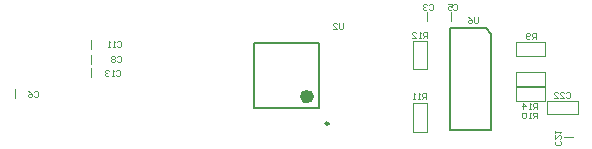
<source format=gbr>
%FSLAX25Y25*%
%MOIN*%
G70*
G01*
G75*
G04 Layer_Color=11599871*
G04:AMPARAMS|DCode=10|XSize=110.24mil|YSize=43.31mil|CornerRadius=2.17mil|HoleSize=0mil|Usage=FLASHONLY|Rotation=0.000|XOffset=0mil|YOffset=0mil|HoleType=Round|Shape=RoundedRectangle|*
%AMROUNDEDRECTD10*
21,1,0.11024,0.03898,0,0,0.0*
21,1,0.10591,0.04331,0,0,0.0*
1,1,0.00433,0.05295,-0.01949*
1,1,0.00433,-0.05295,-0.01949*
1,1,0.00433,-0.05295,0.01949*
1,1,0.00433,0.05295,0.01949*
%
%ADD10ROUNDEDRECTD10*%
G04:AMPARAMS|DCode=11|XSize=19.69mil|YSize=23.62mil|CornerRadius=8.86mil|HoleSize=0mil|Usage=FLASHONLY|Rotation=270.000|XOffset=0mil|YOffset=0mil|HoleType=Round|Shape=RoundedRectangle|*
%AMROUNDEDRECTD11*
21,1,0.01969,0.00591,0,0,270.0*
21,1,0.00197,0.02362,0,0,270.0*
1,1,0.01772,-0.00295,-0.00098*
1,1,0.01772,-0.00295,0.00098*
1,1,0.01772,0.00295,0.00098*
1,1,0.01772,0.00295,-0.00098*
%
%ADD11ROUNDEDRECTD11*%
G04:AMPARAMS|DCode=12|XSize=110.24mil|YSize=43.31mil|CornerRadius=2.17mil|HoleSize=0mil|Usage=FLASHONLY|Rotation=270.000|XOffset=0mil|YOffset=0mil|HoleType=Round|Shape=RoundedRectangle|*
%AMROUNDEDRECTD12*
21,1,0.11024,0.03898,0,0,270.0*
21,1,0.10591,0.04331,0,0,270.0*
1,1,0.00433,-0.01949,-0.05295*
1,1,0.00433,-0.01949,0.05295*
1,1,0.00433,0.01949,0.05295*
1,1,0.00433,0.01949,-0.05295*
%
%ADD12ROUNDEDRECTD12*%
G04:AMPARAMS|DCode=13|XSize=19.69mil|YSize=23.62mil|CornerRadius=8.86mil|HoleSize=0mil|Usage=FLASHONLY|Rotation=180.000|XOffset=0mil|YOffset=0mil|HoleType=Round|Shape=RoundedRectangle|*
%AMROUNDEDRECTD13*
21,1,0.01969,0.00591,0,0,180.0*
21,1,0.00197,0.02362,0,0,180.0*
1,1,0.01772,-0.00098,0.00295*
1,1,0.01772,0.00098,0.00295*
1,1,0.01772,0.00098,-0.00295*
1,1,0.01772,-0.00098,-0.00295*
%
%ADD13ROUNDEDRECTD13*%
G04:AMPARAMS|DCode=14|XSize=23.62mil|YSize=35.43mil|CornerRadius=5.91mil|HoleSize=0mil|Usage=FLASHONLY|Rotation=90.000|XOffset=0mil|YOffset=0mil|HoleType=Round|Shape=RoundedRectangle|*
%AMROUNDEDRECTD14*
21,1,0.02362,0.02362,0,0,90.0*
21,1,0.01181,0.03543,0,0,90.0*
1,1,0.01181,0.01181,0.00591*
1,1,0.01181,0.01181,-0.00591*
1,1,0.01181,-0.01181,-0.00591*
1,1,0.01181,-0.01181,0.00591*
%
%ADD14ROUNDEDRECTD14*%
%ADD15O,0.02165X0.06890*%
%ADD16O,0.06890X0.02165*%
G04:AMPARAMS|DCode=17|XSize=41.73mil|YSize=25.59mil|CornerRadius=6.4mil|HoleSize=0mil|Usage=FLASHONLY|Rotation=0.000|XOffset=0mil|YOffset=0mil|HoleType=Round|Shape=RoundedRectangle|*
%AMROUNDEDRECTD17*
21,1,0.04173,0.01280,0,0,0.0*
21,1,0.02894,0.02559,0,0,0.0*
1,1,0.01280,0.01447,-0.00640*
1,1,0.01280,-0.01447,-0.00640*
1,1,0.01280,-0.01447,0.00640*
1,1,0.01280,0.01447,0.00640*
%
%ADD17ROUNDEDRECTD17*%
G04:AMPARAMS|DCode=18|XSize=52mil|YSize=24mil|CornerRadius=6mil|HoleSize=0mil|Usage=FLASHONLY|Rotation=0.000|XOffset=0mil|YOffset=0mil|HoleType=Round|Shape=RoundedRectangle|*
%AMROUNDEDRECTD18*
21,1,0.05200,0.01200,0,0,0.0*
21,1,0.04000,0.02400,0,0,0.0*
1,1,0.01200,0.02000,-0.00600*
1,1,0.01200,-0.02000,-0.00600*
1,1,0.01200,-0.02000,0.00600*
1,1,0.01200,0.02000,0.00600*
%
%ADD18ROUNDEDRECTD18*%
%ADD19R,0.05000X0.02400*%
G04:AMPARAMS|DCode=20|XSize=25.59mil|YSize=39.37mil|CornerRadius=6.4mil|HoleSize=0mil|Usage=FLASHONLY|Rotation=180.000|XOffset=0mil|YOffset=0mil|HoleType=Round|Shape=RoundedRectangle|*
%AMROUNDEDRECTD20*
21,1,0.02559,0.02658,0,0,180.0*
21,1,0.01280,0.03937,0,0,180.0*
1,1,0.01280,-0.00640,0.01329*
1,1,0.01280,0.00640,0.01329*
1,1,0.01280,0.00640,-0.01329*
1,1,0.01280,-0.00640,-0.01329*
%
%ADD20ROUNDEDRECTD20*%
G04:AMPARAMS|DCode=21|XSize=21.65mil|YSize=39.37mil|CornerRadius=5.41mil|HoleSize=0mil|Usage=FLASHONLY|Rotation=180.000|XOffset=0mil|YOffset=0mil|HoleType=Round|Shape=RoundedRectangle|*
%AMROUNDEDRECTD21*
21,1,0.02165,0.02854,0,0,180.0*
21,1,0.01083,0.03937,0,0,180.0*
1,1,0.01083,-0.00541,0.01427*
1,1,0.01083,0.00541,0.01427*
1,1,0.01083,0.00541,-0.01427*
1,1,0.01083,-0.00541,-0.01427*
%
%ADD21ROUNDEDRECTD21*%
%ADD22C,0.00591*%
%ADD23C,0.01181*%
%ADD24C,0.03937*%
G04:AMPARAMS|DCode=25|XSize=59.06mil|YSize=59.06mil|CornerRadius=8.86mil|HoleSize=0mil|Usage=FLASHONLY|Rotation=270.000|XOffset=0mil|YOffset=0mil|HoleType=Round|Shape=RoundedRectangle|*
%AMROUNDEDRECTD25*
21,1,0.05906,0.04134,0,0,270.0*
21,1,0.04134,0.05906,0,0,270.0*
1,1,0.01772,-0.02067,-0.02067*
1,1,0.01772,-0.02067,0.02067*
1,1,0.01772,0.02067,0.02067*
1,1,0.01772,0.02067,-0.02067*
%
%ADD25ROUNDEDRECTD25*%
%ADD26C,0.05906*%
%ADD27C,0.05906*%
%ADD28R,0.05906X0.05906*%
G04:AMPARAMS|DCode=29|XSize=59.06mil|YSize=59.06mil|CornerRadius=14.76mil|HoleSize=0mil|Usage=FLASHONLY|Rotation=270.000|XOffset=0mil|YOffset=0mil|HoleType=Round|Shape=RoundedRectangle|*
%AMROUNDEDRECTD29*
21,1,0.05906,0.02953,0,0,270.0*
21,1,0.02953,0.05906,0,0,270.0*
1,1,0.02953,-0.01476,-0.01476*
1,1,0.02953,-0.01476,0.01476*
1,1,0.02953,0.01476,0.01476*
1,1,0.02953,0.01476,-0.01476*
%
%ADD29ROUNDEDRECTD29*%
%ADD30C,0.01575*%
G04:AMPARAMS|DCode=31|XSize=31.5mil|YSize=31.5mil|CornerRadius=3.15mil|HoleSize=0mil|Usage=FLASHONLY|Rotation=0.000|XOffset=0mil|YOffset=0mil|HoleType=Round|Shape=RoundedRectangle|*
%AMROUNDEDRECTD31*
21,1,0.03150,0.02520,0,0,0.0*
21,1,0.02520,0.03150,0,0,0.0*
1,1,0.00630,0.01260,-0.01260*
1,1,0.00630,-0.01260,-0.01260*
1,1,0.00630,-0.01260,0.01260*
1,1,0.00630,0.01260,0.01260*
%
%ADD31ROUNDEDRECTD31*%
G04:AMPARAMS|DCode=32|XSize=23.62mil|YSize=35.43mil|CornerRadius=5.91mil|HoleSize=0mil|Usage=FLASHONLY|Rotation=180.000|XOffset=0mil|YOffset=0mil|HoleType=Round|Shape=RoundedRectangle|*
%AMROUNDEDRECTD32*
21,1,0.02362,0.02362,0,0,180.0*
21,1,0.01181,0.03543,0,0,180.0*
1,1,0.01181,-0.00591,0.01181*
1,1,0.01181,0.00591,0.01181*
1,1,0.01181,0.00591,-0.01181*
1,1,0.01181,-0.00591,-0.01181*
%
%ADD32ROUNDEDRECTD32*%
%ADD33O,0.01181X0.07087*%
%ADD34O,0.07087X0.01181*%
%ADD35C,0.00984*%
%ADD36C,0.02362*%
%ADD37C,0.00400*%
%ADD38C,0.00394*%
%ADD39C,0.00787*%
%ADD40C,0.00800*%
%ADD41C,0.00500*%
G04:AMPARAMS|DCode=42|XSize=114.17mil|YSize=47.24mil|CornerRadius=2.36mil|HoleSize=0mil|Usage=FLASHONLY|Rotation=0.000|XOffset=0mil|YOffset=0mil|HoleType=Round|Shape=RoundedRectangle|*
%AMROUNDEDRECTD42*
21,1,0.11417,0.04252,0,0,0.0*
21,1,0.10945,0.04724,0,0,0.0*
1,1,0.00472,0.05472,-0.02126*
1,1,0.00472,-0.05472,-0.02126*
1,1,0.00472,-0.05472,0.02126*
1,1,0.00472,0.05472,0.02126*
%
%ADD42ROUNDEDRECTD42*%
G04:AMPARAMS|DCode=43|XSize=23.62mil|YSize=27.56mil|CornerRadius=10.63mil|HoleSize=0mil|Usage=FLASHONLY|Rotation=270.000|XOffset=0mil|YOffset=0mil|HoleType=Round|Shape=RoundedRectangle|*
%AMROUNDEDRECTD43*
21,1,0.02362,0.00630,0,0,270.0*
21,1,0.00236,0.02756,0,0,270.0*
1,1,0.02126,-0.00315,-0.00118*
1,1,0.02126,-0.00315,0.00118*
1,1,0.02126,0.00315,0.00118*
1,1,0.02126,0.00315,-0.00118*
%
%ADD43ROUNDEDRECTD43*%
G04:AMPARAMS|DCode=44|XSize=114.17mil|YSize=47.24mil|CornerRadius=2.36mil|HoleSize=0mil|Usage=FLASHONLY|Rotation=270.000|XOffset=0mil|YOffset=0mil|HoleType=Round|Shape=RoundedRectangle|*
%AMROUNDEDRECTD44*
21,1,0.11417,0.04252,0,0,270.0*
21,1,0.10945,0.04724,0,0,270.0*
1,1,0.00472,-0.02126,-0.05472*
1,1,0.00472,-0.02126,0.05472*
1,1,0.00472,0.02126,0.05472*
1,1,0.00472,0.02126,-0.05472*
%
%ADD44ROUNDEDRECTD44*%
G04:AMPARAMS|DCode=45|XSize=23.62mil|YSize=27.56mil|CornerRadius=10.63mil|HoleSize=0mil|Usage=FLASHONLY|Rotation=180.000|XOffset=0mil|YOffset=0mil|HoleType=Round|Shape=RoundedRectangle|*
%AMROUNDEDRECTD45*
21,1,0.02362,0.00630,0,0,180.0*
21,1,0.00236,0.02756,0,0,180.0*
1,1,0.02126,-0.00118,0.00315*
1,1,0.02126,0.00118,0.00315*
1,1,0.02126,0.00118,-0.00315*
1,1,0.02126,-0.00118,-0.00315*
%
%ADD45ROUNDEDRECTD45*%
G04:AMPARAMS|DCode=46|XSize=27.56mil|YSize=39.37mil|CornerRadius=6.89mil|HoleSize=0mil|Usage=FLASHONLY|Rotation=90.000|XOffset=0mil|YOffset=0mil|HoleType=Round|Shape=RoundedRectangle|*
%AMROUNDEDRECTD46*
21,1,0.02756,0.02559,0,0,90.0*
21,1,0.01378,0.03937,0,0,90.0*
1,1,0.01378,0.01280,0.00689*
1,1,0.01378,0.01280,-0.00689*
1,1,0.01378,-0.01280,-0.00689*
1,1,0.01378,-0.01280,0.00689*
%
%ADD46ROUNDEDRECTD46*%
%ADD47O,0.02559X0.07284*%
%ADD48O,0.07284X0.02559*%
G04:AMPARAMS|DCode=49|XSize=45.67mil|YSize=29.53mil|CornerRadius=7.38mil|HoleSize=0mil|Usage=FLASHONLY|Rotation=0.000|XOffset=0mil|YOffset=0mil|HoleType=Round|Shape=RoundedRectangle|*
%AMROUNDEDRECTD49*
21,1,0.04567,0.01476,0,0,0.0*
21,1,0.03091,0.02953,0,0,0.0*
1,1,0.01476,0.01545,-0.00738*
1,1,0.01476,-0.01545,-0.00738*
1,1,0.01476,-0.01545,0.00738*
1,1,0.01476,0.01545,0.00738*
%
%ADD49ROUNDEDRECTD49*%
G04:AMPARAMS|DCode=50|XSize=60mil|YSize=32mil|CornerRadius=8mil|HoleSize=0mil|Usage=FLASHONLY|Rotation=0.000|XOffset=0mil|YOffset=0mil|HoleType=Round|Shape=RoundedRectangle|*
%AMROUNDEDRECTD50*
21,1,0.06000,0.01600,0,0,0.0*
21,1,0.04400,0.03200,0,0,0.0*
1,1,0.01600,0.02200,-0.00800*
1,1,0.01600,-0.02200,-0.00800*
1,1,0.01600,-0.02200,0.00800*
1,1,0.01600,0.02200,0.00800*
%
%ADD50ROUNDEDRECTD50*%
%ADD51R,0.05800X0.03200*%
G04:AMPARAMS|DCode=52|XSize=29.53mil|YSize=43.31mil|CornerRadius=7.38mil|HoleSize=0mil|Usage=FLASHONLY|Rotation=180.000|XOffset=0mil|YOffset=0mil|HoleType=Round|Shape=RoundedRectangle|*
%AMROUNDEDRECTD52*
21,1,0.02953,0.02854,0,0,180.0*
21,1,0.01476,0.04331,0,0,180.0*
1,1,0.01476,-0.00738,0.01427*
1,1,0.01476,0.00738,0.01427*
1,1,0.01476,0.00738,-0.01427*
1,1,0.01476,-0.00738,-0.01427*
%
%ADD52ROUNDEDRECTD52*%
G04:AMPARAMS|DCode=53|XSize=25.59mil|YSize=43.31mil|CornerRadius=6.4mil|HoleSize=0mil|Usage=FLASHONLY|Rotation=180.000|XOffset=0mil|YOffset=0mil|HoleType=Round|Shape=RoundedRectangle|*
%AMROUNDEDRECTD53*
21,1,0.02559,0.03051,0,0,180.0*
21,1,0.01280,0.04331,0,0,180.0*
1,1,0.01280,-0.00640,0.01526*
1,1,0.01280,0.00640,0.01526*
1,1,0.01280,0.00640,-0.01526*
1,1,0.01280,-0.00640,-0.01526*
%
%ADD53ROUNDEDRECTD53*%
G04:AMPARAMS|DCode=54|XSize=62.99mil|YSize=62.99mil|CornerRadius=9.45mil|HoleSize=0mil|Usage=FLASHONLY|Rotation=270.000|XOffset=0mil|YOffset=0mil|HoleType=Round|Shape=RoundedRectangle|*
%AMROUNDEDRECTD54*
21,1,0.06299,0.04409,0,0,270.0*
21,1,0.04409,0.06299,0,0,270.0*
1,1,0.01890,-0.02205,-0.02205*
1,1,0.01890,-0.02205,0.02205*
1,1,0.01890,0.02205,0.02205*
1,1,0.01890,0.02205,-0.02205*
%
%ADD54ROUNDEDRECTD54*%
%ADD55C,0.06299*%
%ADD56C,0.06299*%
%ADD57R,0.06299X0.06299*%
G04:AMPARAMS|DCode=58|XSize=62.99mil|YSize=62.99mil|CornerRadius=15.75mil|HoleSize=0mil|Usage=FLASHONLY|Rotation=270.000|XOffset=0mil|YOffset=0mil|HoleType=Round|Shape=RoundedRectangle|*
%AMROUNDEDRECTD58*
21,1,0.06299,0.03150,0,0,270.0*
21,1,0.03150,0.06299,0,0,270.0*
1,1,0.03150,-0.01575,-0.01575*
1,1,0.03150,-0.01575,0.01575*
1,1,0.03150,0.01575,0.01575*
1,1,0.03150,0.01575,-0.01575*
%
%ADD58ROUNDEDRECTD58*%
G04:AMPARAMS|DCode=59|XSize=35.43mil|YSize=35.43mil|CornerRadius=3.54mil|HoleSize=0mil|Usage=FLASHONLY|Rotation=0.000|XOffset=0mil|YOffset=0mil|HoleType=Round|Shape=RoundedRectangle|*
%AMROUNDEDRECTD59*
21,1,0.03543,0.02835,0,0,0.0*
21,1,0.02835,0.03543,0,0,0.0*
1,1,0.00709,0.01417,-0.01417*
1,1,0.00709,-0.01417,-0.01417*
1,1,0.00709,-0.01417,0.01417*
1,1,0.00709,0.01417,0.01417*
%
%ADD59ROUNDEDRECTD59*%
G04:AMPARAMS|DCode=60|XSize=27.56mil|YSize=39.37mil|CornerRadius=6.89mil|HoleSize=0mil|Usage=FLASHONLY|Rotation=180.000|XOffset=0mil|YOffset=0mil|HoleType=Round|Shape=RoundedRectangle|*
%AMROUNDEDRECTD60*
21,1,0.02756,0.02559,0,0,180.0*
21,1,0.01378,0.03937,0,0,180.0*
1,1,0.01378,-0.00689,0.01280*
1,1,0.01378,0.00689,0.01280*
1,1,0.01378,0.00689,-0.01280*
1,1,0.01378,-0.00689,-0.01280*
%
%ADD60ROUNDEDRECTD60*%
%ADD61O,0.01575X0.07480*%
%ADD62O,0.07480X0.01575*%
D35*
X109575Y22555D02*
G03*
X109575Y22555I-492J0D01*
G01*
D36*
X103571Y31610D02*
G03*
X103571Y31610I-1181J0D01*
G01*
D38*
X188000Y18037D02*
X191000D01*
X182395Y25800D02*
Y30200D01*
X192694D01*
Y25800D02*
Y30200D01*
X182395Y25800D02*
X192694D01*
X181705Y30100D02*
Y34900D01*
X172205Y30100D02*
X181705Y30100D01*
X172205Y30100D02*
Y34900D01*
X181705Y34900D01*
Y35100D02*
Y39900D01*
X172205Y35100D02*
X181705Y35100D01*
X172205Y35100D02*
Y39900D01*
X181705Y39900D01*
Y45100D02*
Y49900D01*
X172205Y45100D02*
X181705Y45100D01*
X172205Y45100D02*
Y49900D01*
X181705Y49900D01*
X150537Y56750D02*
Y59750D01*
X142463Y56750D02*
Y59750D01*
X137600Y19794D02*
X142400D01*
X137600Y29294D02*
X137600Y19794D01*
X137600Y29294D02*
X142400D01*
X142400Y19794D02*
X142400Y29294D01*
X137600Y50205D02*
X142400D01*
X142400Y40705D01*
X137600D02*
X142400D01*
X137600D02*
X137600Y50205D01*
X30400Y38000D02*
Y41000D01*
Y42500D02*
Y45500D01*
Y47500D02*
Y50500D01*
X4963Y31000D02*
Y34000D01*
X142938Y62140D02*
X143266Y62468D01*
X143922D01*
X144250Y62140D01*
Y60828D01*
X143922Y60500D01*
X143266D01*
X142938Y60828D01*
X142282Y62140D02*
X141954Y62468D01*
X141298D01*
X140970Y62140D01*
Y61812D01*
X141298Y61484D01*
X141626D01*
X141298D01*
X140970Y61156D01*
Y60828D01*
X141298Y60500D01*
X141954D01*
X142282Y60828D01*
X151224Y62140D02*
X151551Y62468D01*
X152207D01*
X152535Y62140D01*
Y60828D01*
X152207Y60500D01*
X151551D01*
X151224Y60828D01*
X149256Y62468D02*
X150568D01*
Y61484D01*
X149912Y61812D01*
X149584D01*
X149256Y61484D01*
Y60828D01*
X149584Y60500D01*
X150240D01*
X150568Y60828D01*
X11438Y33140D02*
X11766Y33468D01*
X12422D01*
X12750Y33140D01*
Y31828D01*
X12422Y31500D01*
X11766D01*
X11438Y31828D01*
X9470Y33468D02*
X10126Y33140D01*
X10782Y32484D01*
Y31828D01*
X10454Y31500D01*
X9798D01*
X9470Y31828D01*
Y32156D01*
X9798Y32484D01*
X10782D01*
X38938Y44640D02*
X39266Y44968D01*
X39922D01*
X40250Y44640D01*
Y43328D01*
X39922Y43000D01*
X39266D01*
X38938Y43328D01*
X38282Y44640D02*
X37954Y44968D01*
X37298D01*
X36970Y44640D01*
Y44312D01*
X37298Y43984D01*
X36970Y43656D01*
Y43328D01*
X37298Y43000D01*
X37954D01*
X38282Y43328D01*
Y43656D01*
X37954Y43984D01*
X38282Y44312D01*
Y44640D01*
X37954Y43984D02*
X37298D01*
X38938Y49640D02*
X39266Y49968D01*
X39922D01*
X40250Y49640D01*
Y48328D01*
X39922Y48000D01*
X39266D01*
X38938Y48328D01*
X38282Y48000D02*
X37626D01*
X37954D01*
Y49968D01*
X38282Y49640D01*
X36642Y48000D02*
X35986D01*
X36314D01*
Y49968D01*
X36642Y49640D01*
X38688Y40140D02*
X39016Y40468D01*
X39672D01*
X40000Y40140D01*
Y38828D01*
X39672Y38500D01*
X39016D01*
X38688Y38828D01*
X38032Y38500D02*
X37376D01*
X37704D01*
Y40468D01*
X38032Y40140D01*
X36392D02*
X36064Y40468D01*
X35408D01*
X35080Y40140D01*
Y39812D01*
X35408Y39484D01*
X35736D01*
X35408D01*
X35080Y39156D01*
Y38828D01*
X35408Y38500D01*
X36064D01*
X36392Y38828D01*
X186640Y16812D02*
X186968Y16484D01*
Y15828D01*
X186640Y15500D01*
X185328D01*
X185000Y15828D01*
Y16484D01*
X185328Y16812D01*
X185000Y18780D02*
Y17468D01*
X186312Y18780D01*
X186640D01*
X186968Y18452D01*
Y17796D01*
X186640Y17468D01*
X185000Y19436D02*
Y20092D01*
Y19764D01*
X186968D01*
X186640Y19436D01*
X178750Y50750D02*
Y52718D01*
X177766D01*
X177438Y52390D01*
Y51734D01*
X177766Y51406D01*
X178750D01*
X178094D02*
X177438Y50750D01*
X176782Y51078D02*
X176454Y50750D01*
X175798D01*
X175470Y51078D01*
Y52390D01*
X175798Y52718D01*
X176454D01*
X176782Y52390D01*
Y52062D01*
X176454Y51734D01*
X175470D01*
X179097Y24314D02*
Y26282D01*
X178113D01*
X177785Y25954D01*
Y25298D01*
X178113Y24970D01*
X179097D01*
X178441D02*
X177785Y24314D01*
X177129D02*
X176473D01*
X176801D01*
Y26282D01*
X177129Y25954D01*
X175489D02*
X175161Y26282D01*
X174505D01*
X174177Y25954D01*
Y24642D01*
X174505Y24314D01*
X175161D01*
X175489Y24642D01*
Y25954D01*
X142000Y30750D02*
Y32718D01*
X141016D01*
X140688Y32390D01*
Y31734D01*
X141016Y31406D01*
X142000D01*
X141344D02*
X140688Y30750D01*
X140032D02*
X139376D01*
X139704D01*
Y32718D01*
X140032Y32390D01*
X138392Y30750D02*
X137736D01*
X138064D01*
Y32718D01*
X138392Y32390D01*
X142250Y51250D02*
Y53218D01*
X141266D01*
X140938Y52890D01*
Y52234D01*
X141266Y51906D01*
X142250D01*
X141594D02*
X140938Y51250D01*
X140282D02*
X139626D01*
X139954D01*
Y53218D01*
X140282Y52890D01*
X137330Y51250D02*
X138642D01*
X137330Y52562D01*
Y52890D01*
X137658Y53218D01*
X138314D01*
X138642Y52890D01*
X179097Y27446D02*
Y29414D01*
X178113D01*
X177785Y29086D01*
Y28430D01*
X178113Y28102D01*
X179097D01*
X178441D02*
X177785Y27446D01*
X177129D02*
X176473D01*
X176801D01*
Y29414D01*
X177129Y29086D01*
X174505Y27446D02*
Y29414D01*
X175489Y28430D01*
X174177D01*
X114250Y56218D02*
Y54578D01*
X113922Y54250D01*
X113266D01*
X112938Y54578D01*
Y56218D01*
X110970Y54250D02*
X112282D01*
X110970Y55562D01*
Y55890D01*
X111298Y56218D01*
X111954D01*
X112282Y55890D01*
X159250Y57968D02*
Y56328D01*
X158922Y56000D01*
X158266D01*
X157938Y56328D01*
Y57968D01*
X155970D02*
X156626Y57640D01*
X157282Y56984D01*
Y56328D01*
X156954Y56000D01*
X156298D01*
X155970Y56328D01*
Y56656D01*
X156298Y56984D01*
X157282D01*
X188688Y32640D02*
X189016Y32968D01*
X189672D01*
X190000Y32640D01*
Y31328D01*
X189672Y31000D01*
X189016D01*
X188688Y31328D01*
X186720Y31000D02*
X188032D01*
X186720Y32312D01*
Y32640D01*
X187048Y32968D01*
X187704D01*
X188032Y32640D01*
X184752Y31000D02*
X186064D01*
X184752Y32312D01*
Y32640D01*
X185080Y32968D01*
X185736D01*
X186064Y32640D01*
D39*
X84673Y27673D02*
X106327D01*
X84673Y49327D02*
X106327D01*
Y27673D02*
Y49327D01*
X84673Y27673D02*
Y49327D01*
D40*
X162000Y54500D02*
X163890Y52610D01*
Y20500D02*
Y52610D01*
X150000Y20500D02*
Y54500D01*
Y20500D02*
X163890D01*
X150000Y54500D02*
X162000D01*
M02*

</source>
